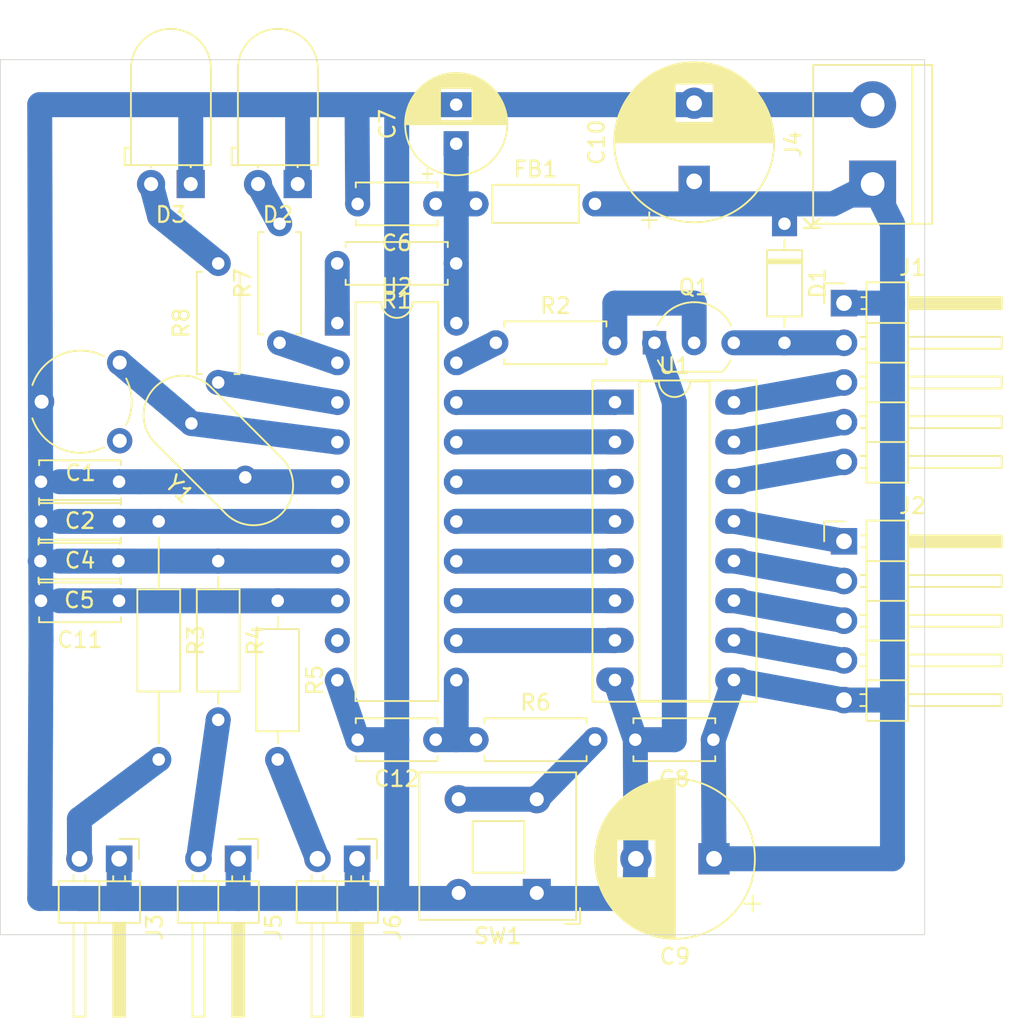
<source format=kicad_pcb>
(kicad_pcb (version 20240108) (generator "pcbnew") (generator_version "8.0")
  (layers (0 "F.Cu" signal) (31 "B.Cu" signal) (34 "B.Paste" user) (35 "F.Paste" user) (36 "B.SilkS" user "B.Silkscreen") (37 "F.SilkS" user "F.Silkscreen") (38 "B.Mask" user) (39 "F.Mask" user) (44 "Edge.Cuts" user))
  (net 0 "")
  (net 1 "GND")
  (net 2 "Net-(U2-PA0{slash}XTAL1)")
  (net 3 "Net-(U2-PA1{slash}XTAL2)")
  (net 4 "/endSW1_u")
  (net 5 "/endSW2_u")
  (net 6 "+5VD")
  (net 7 "VCC")
  (net 8 "/button1_u")
  (net 9 "/button2_u")
  (net 11 "/m11")
  (net 12 "Net-(D2-A)")
  (net 13 "Net-(D3-A)")
  (net 14 "/m13")
  (net 15 "/m14")
  (net 16 "/m12")
  (net 17 "/m22")
  (net 18 "/m21")
  (net 19 "/m24")
  (net 20 "/m23")
  (net 21 "/endSW1")
  (net 22 "/endSW2")
  (net 23 "/button1")
  (net 24 "/button2")
  (net 25 "Net-(Q1-B)")
  (net 26 "Net-(U2-PA2{slash}~{RESET})")
  (net 27 "/m11_u")
  (net 28 "/LED0")
  (net 29 "/LED1")
  (net 30 "/m21_u")
  (net 31 "/m13_u")
  (net 32 "/m22_u")
  (net 33 "/m23_u")
  (net 34 "/m12_u")
  (net 35 "/m14_u")
  (net 36 "/m24_u")
  (footprint "Resistor_THT:R_Axial_DIN0207_L6.3mm_D2.5mm_P15.24mm_Horizontal" (layer "F.Cu") (at 107.95 82.55 -90)
    (property "Reference" "R3")
    (property "Value" "470")
  )
  (footprint "Diode_THT:D_DO-35_SOD27_P7.62mm_Horizontal" (layer "F.Cu") (at 148.025 63.5 -90)
    (property "Reference" "D1")
    (property "Value" "1N4148")
  )
  (footprint "Resistor_THT:R_Axial_DIN0207_L6.3mm_D2.5mm_P7.62mm_Horizontal" (layer "F.Cu") (at 129.54 71.12)
    (property "Reference" "R2")
    (property "Value" "2k2")
  )
  (footprint "Capacitor_THT:C_Disc_D5.0mm_W2.5mm_P5.00mm" (layer "F.Cu") (at 143.47 96.52 180)
    (property "Reference" "C8")
    (property "Value" "100n")
  )
  (footprint "Capacitor_THT:C_Disc_D5.0mm_W2.5mm_P5.00mm" (layer "F.Cu") (at 105.41 82.55 180)
    (property "Reference" "C4")
    (property "Value" "100n")
  )
  (footprint "Capacitor_THT:C_Disc_D5.0mm_W2.5mm_P5.00mm" (layer "F.Cu") (at 105.41 80.01 180)
    (property "Reference" "C2")
    (property "Value" "22p")
  )
  (footprint "Connector_PinHeader_2.54mm:PinHeader_1x02_P2.54mm_Horizontal" (layer "F.Cu") (at 113.035 104.14 -90)
    (property "Reference" "J5")
    (property "Value" "endSW2")
  )
  (footprint "Capacitor_THT:CP_Radial_D6.3mm_P2.50mm" (layer "F.Cu") (at 127 58.38 90)
    (property "Reference" "C7")
    (property "Value" "10u")
  )
  (footprint "Resistor_THT:R_Axial_DIN0207_L6.3mm_D2.5mm_P10.16mm_Horizontal" (layer "F.Cu") (at 115.57 87.63 -90)
    (property "Reference" "R5")
    (property "Value" "470")
  )
  (footprint "Connector_PinHeader_2.54mm:PinHeader_1x05_P2.54mm_Horizontal" (layer "F.Cu") (at 151.835 83.825)
    (property "Reference" "J2")
    (property "Value" "MOT1")
  )
  (footprint "Connector_PinHeader_2.54mm:PinHeader_1x05_P2.54mm_Horizontal" (layer "F.Cu") (at 151.835 68.58)
    (property "Reference" "J1")
    (property "Value" "MOT1")
  )
  (footprint "LED_THT:LED_D5.0mm_Horizontal_O1.27mm_Z3.0mm" (layer "F.Cu") (at 110 60.96 180)
    (property "Reference" "D3")
    (property "Value" "LED")
  )
  (footprint "Capacitor_THT:C_Disc_D5.0mm_W2.5mm_P5.00mm" (layer "F.Cu") (at 105.37 85.09 180)
    (property "Reference" "C5")
    (property "Value" "100n")
  )
  (footprint "Capacitor_THT:CP_Radial_D10.0mm_P5.00mm" (layer "F.Cu") (at 142.24 60.787677 90)
    (property "Reference" "C10")
    (property "Value" "470")
  )
  (footprint "Capacitor_THT:C_Disc_D5.0mm_W2.5mm_P5.00mm" (layer "F.Cu") (at 125.69 62.23 180)
    (property "Reference" "C6")
    (property "Value" "100n")
  )
  (footprint "Inductor_THT:L_Axial_L5.3mm_D2.2mm_P7.62mm_Horizontal_Vishay_IM-1" (layer "F.Cu") (at 128.27 62.23)
    (property "Reference" "FB1")
    (property "Value" "FerriteBead_Small")
  )
  (footprint "Capacitor_THT:C_Disc_D5.0mm_W2.5mm_P5.00mm" (layer "F.Cu") (at 105.41 87.63 180)
    (property "Reference" "C11")
    (property "Value" "100n")
  )
  (footprint "Button_Switch_THT:SW_Push_2P1T_Toggle_CK_PVA1xxH4xxxxxxV2" (layer "F.Cu") (at 132.16 106.33 180)
    (property "Reference" "SW1")
    (property "Value" "button2")
  )
  (footprint "Package_TO_SOT_THT:TO-92_Inline_Wide" (layer "F.Cu") (at 139.7 71.12)
    (property "Reference" "Q1")
    (property "Value" "2N2222")
  )
  (footprint "Package_DIP:DIP-16_W7.62mm_Socket_LongPads" (layer "F.Cu") (at 137.17 74.92)
    (property "Reference" "U1")
    (property "Value" "ULN2003A")
  )
  (footprint "Capacitor_THT:C_Disc_D5.0mm_W2.5mm_P5.00mm" (layer "F.Cu") (at 125.69 96.52 180)
    (property "Reference" "C12")
    (property "Value" "100n")
  )
  (footprint "Resistor_THT:R_Axial_DIN0207_L6.3mm_D2.5mm_P7.62mm_Horizontal" (layer "F.Cu") (at 115.69 71.12 90)
    (property "Reference" "R7")
    (property "Value" "470")
  )
  (footprint "LED_THT:LED_D5.0mm_Horizontal_O1.27mm_Z3.0mm" (layer "F.Cu") (at 116.85 60.96 180)
    (property "Reference" "D2")
    (property "Value" "LED")
  )
  (footprint "Potentiometer_THT:Potentiometer_Piher_PT-6-V_Vertical_Hole" (layer "F.Cu") (at 105.45 72.39 180)
    (property "Reference" "C1")
    (property "Value" "C_Trim")
  )
  (footprint "Capacitor_THT:CP_Radial_D10.0mm_P5.00mm" (layer "F.Cu") (at 143.51 104.14 180)
    (property "Reference" "C9")
    (property "Value" "470")
  )
  (footprint "TerminalBlock:TerminalBlock_bornier-2_P5.08mm" (layer "F.Cu") (at 153.67 60.96 90)
    (property "Reference" "J4")
    (property "Value" "PWR")
  )
  (footprint "Resistor_THT:R_Axial_DIN0207_L6.3mm_D2.5mm_P10.16mm_Horizontal" (layer "F.Cu") (at 111.76 85.09 -90)
    (property "Reference" "R4")
    (property "Value" "470")
  )
  (footprint "Package_DIP:DIP-20_W7.62mm" (layer "F.Cu") (at 119.39 69.855)
    (property "Reference" "U2")
    (property "Value" "ATtiny2313-20P")
  )
  (footprint "Connector_PinHeader_2.54mm:PinHeader_1x02_P2.54mm_Horizontal" (layer "F.Cu") (at 120.655 104.14 -90)
    (property "Reference" "J6")
    (property "Value" "button1")
  )
  (footprint "Resistor_THT:R_Axial_DIN0207_L6.3mm_D2.5mm_P7.62mm_Horizontal" (layer "F.Cu") (at 128.27 96.52)
    (property "Reference" "R6")
    (property "Value" "470")
  )
  (footprint "Connector_PinHeader_2.54mm:PinHeader_1x02_P2.54mm_Horizontal" (layer "F.Cu") (at 105.415 104.14 -90)
    (property "Reference" "J3")
    (property "Value" "endSW1")
  )
  (footprint "Resistor_THT:R_Axial_DIN0207_L6.3mm_D2.5mm_P7.62mm_Horizontal" (layer "F.Cu") (at 111.76 73.66 90)
    (property "Reference" "R8")
    (property "Value" "470")
  )
  (footprint "Resistor_THT:R_Axial_DIN0207_L6.3mm_D2.5mm_P7.62mm_Horizontal" (layer "F.Cu") (at 127 66.04 180)
    (property "Reference" "R1")
    (property "Value" "10k")
  )
  (footprint "Crystal:Crystal_HC49-4H_Vertical" (layer "F.Cu") (at 113.492412 79.732412 135)
    (property "Reference" "Y1")
    (property "Value" "Crystal")
  )
  (gr_rect (start 97.81 53) (end 157 109) (stroke (width 0.05)) (fill none) (layer "Edge.Cuts"))
  (segment (start 116.84 55.88) (end 110 55.88) (width 1.6) (layer "B.Cu") (net 1))
  (segment (start 105.415 104.14) (end 105.415 106.68) (width 1.6) (layer "B.Cu") (net 1))
  (segment (start 100.33 55.88) (end 110 55.88) (width 1.6) (layer "B.Cu") (net 1))
  (segment (start 123.19 106.68) (end 119.38 106.68) (width 1.6) (layer "B.Cu") (net 1))
  (segment (start 110 60.96) (end 110 55.88) (width 1.6) (layer "B.Cu") (net 1))
  (segment (start 116.85 60.96) (end 116.84 55.88) (width 1.6) (layer "B.Cu") (net 1))
  (segment (start 153.67 55.88) (end 123.19 55.88) (width 1.6) (layer "B.Cu") (net 1))
  (segment (start 113.035 106.68) (end 105.415 106.68) (width 1.6) (layer "B.Cu") (net 1))
  (segment (start 100.33 106.68) (end 100.41 90.17) (width 1.6) (layer "B.Cu") (net 1))
  (segment (start 120.69 96.52) (end 123.19 96.52) (width 1.6) (layer "B.Cu") (net 1))
  (segment (start 120.69 62.23) (end 120.65 55.88) (width 1.6) (layer "B.Cu") (net 1))
  (segment (start 113.035 104.14) (end 113.035 106.68) (width 1.6) (layer "B.Cu") (net 1))
  (segment (start 120.69 96.52) (end 119.39 92.715) (width 1.6) (layer "B.Cu") (net 1))
  (segment (start 120.655 106.68) (end 113.035 106.68) (width 1.6) (layer "B.Cu") (net 1))
  (segment (start 123.19 55.88) (end 120.65 55.88) (width 1.6) (layer "B.Cu") (net 1))
  (segment (start 110.49 106.68) (end 102.87 106.68) (width 1.6) (layer "B.Cu") (net 1))
  (segment (start 106.68 106.68) (end 100.33 106.68) (width 1.6) (layer "B.Cu") (net 1))
  (segment (start 140.97 74.93) (end 139.7 71.12) (width 1.6) (layer "B.Cu") (net 1))
  (segment (start 120.65 55.88) (end 116.84 55.88) (width 1.6) (layer "B.Cu") (net 1))
  (segment (start 123.19 96.52) (end 123.19 55.88) (width 1.6) (layer "B.Cu") (net 1))
  (segment (start 123.19 96.52) (end 123.19 106.68) (width 1.6) (layer "B.Cu") (net 1))
  (segment (start 100.41 90.17) (end 100.33 55.88) (width 1.6) (layer "B.Cu") (net 1))
  (segment (start 138.51 104.14) (end 138.43 106.68) (width 1.6) (layer "B.Cu") (net 1))
  (segment (start 138.47 96.52) (end 140.97 96.52) (width 1.6) (layer "B.Cu") (net 1))
  (segment (start 138.47 96.52) (end 137.17 92.7) (width 1.6) (layer "B.Cu") (net 1))
  (segment (start 120.655 104.14) (end 120.655 106.68) (width 1.6) (layer "B.Cu") (net 1))
  (segment (start 138.43 106.68) (end 123.19 106.68) (width 1.6) (layer "B.Cu") (net 1))
  (segment (start 138.47 96.52) (end 138.51 104.14) (width 1.6) (layer "B.Cu") (net 1))
  (segment (start 140.97 96.52) (end 140.97 74.93) (width 1.6) (layer "B.Cu") (net 1))
  (segment (start 106.68 80.011428) (end 101.6 80.01) (width 1.6) (layer "B.Cu") (net 2))
  (segment (start 119.39 80.015) (end 106.68 80.011428) (width 1.6) (layer "B.Cu") (net 2))
  (segment (start 105.45 72.39) (end 110.041731 76.281731) (width 1.6) (layer "B.Cu") (net 3))
  (segment (start 119.39 77.475) (end 110.041731 76.281731) (width 1.6) (layer "B.Cu") (net 3))
  (segment (start 101.6 82.55) (end 119.39 82.555) (width 1.6) (layer "B.Cu") (net 4))
  (segment (start 119.39 85.095) (end 101.56 85.09) (width 1.6) (layer "B.Cu") (net 5))
  (segment (start 125.69 62.23) (end 128.27 62.23) (width 1.6) (layer "B.Cu") (net 6))
  (segment (start 127 58.38) (end 127.01 69.855) (width 1.6) (layer "B.Cu") (net 6))
  (segment (start 154.94 63.5) (end 153.67 60.96) (width 1.6) (layer "B.Cu") (net 7))
  (segment (start 144.79 92.7) (end 151.835 93.985) (width 1.6) (layer "B.Cu") (net 7))
  (segment (start 151.13 62.23) (end 153.67 60.96) (width 1.6) (layer "B.Cu") (net 7))
  (segment (start 154.94 104.14) (end 143.51 104.14) (width 1.6) (layer "B.Cu") (net 7))
  (segment (start 154.94 93.98) (end 154.94 104.14) (width 1.6) (layer "B.Cu") (net 7))
  (segment (start 154.94 68.58) (end 151.835 68.58) (width 1.6) (layer "B.Cu") (net 7))
  (segment (start 143.51 104.14) (end 143.47 96.52) (width 1.6) (layer "B.Cu") (net 7))
  (segment (start 154.94 93.98) (end 154.94 68.58) (width 1.6) (layer "B.Cu") (net 7))
  (segment (start 135.89 62.23) (end 151.13 62.23) (width 1.6) (layer "B.Cu") (net 7))
  (segment (start 143.47 96.52) (end 144.79 92.7) (width 1.6) (layer "B.Cu") (net 7))
  (segment (start 151.835 93.985) (end 154.94 93.98) (width 1.6) (layer "B.Cu") (net 7))
  (segment (start 154.94 68.58) (end 154.94 63.5) (width 1.6) (layer "B.Cu") (net 7))
  (segment (start 101.6 87.63) (end 119.39 87.635) (width 1.6) (layer "B.Cu") (net 8))
  (segment (start 127 96.52) (end 128.27 96.52) (width 1.6) (layer "B.Cu") (net 9))
  (segment (start 125.69 96.52) (end 127 96.52) (width 1.6) (layer "B.Cu") (net 9))
  (segment (start 127.01 92.715) (end 127 96.52) (width 1.6) (layer "B.Cu") (net 9))
  (segment (start 148.025 71.12) (end 144.78 71.12) (width 1.6) (layer "B.Cu") (net 11))
  (segment (start 151.835 71.12) (end 148.025 71.12) (width 1.6) (layer "B.Cu") (net 11))
  (segment (start 115.69 63.5) (end 114.31 60.96) (width 1.6) (layer "B.Cu") (net 12))
  (segment (start 108 63) (end 107.46 60.96) (width 1.6) (layer "B.Cu") (net 13))
  (segment (start 111.76 66.04) (end 108 63) (width 1.6) (layer "B.Cu") (net 13))
  (segment (start 144.79 77.46) (end 151.835 76.2) (width 1.6) (layer "B.Cu") (net 14))
  (segment (start 151.835 78.74) (end 144.79 80) (width 1.6) (layer "B.Cu") (net 15))
  (segment (start 151.835 73.66) (end 144.79 74.92) (width 1.6) (layer "B.Cu") (net 16))
  (segment (start 144.79 85.08) (end 151.835 86.365) (width 1.6) (layer "B.Cu") (net 17))
  (segment (start 151.835 83.825) (end 144.79 82.54) (width 1.6) (layer "B.Cu") (net 18))
  (segment (start 144.79 90.16) (end 151.835 91.445) (width 1.6) (layer "B.Cu") (net 19))
  (segment (start 151.835 88.905) (end 144.79 87.62) (width 1.6) (layer "B.Cu") (net 20))
  (segment (start 102.87 101.6) (end 107.95 97.79) (width 1.6) (layer "B.Cu") (net 21))
  (segment (start 102.875 104.14) (end 102.87 101.6) (width 1.6) (layer "B.Cu") (net 21))
  (segment (start 110.495 104.14) (end 111.76 95.25) (width 1.6) (layer "B.Cu") (net 22))
  (segment (start 118.115 104.14) (end 115.57 97.79) (width 1.6) (layer "B.Cu") (net 23))
  (segment (start 127.16 100.33) (end 132.16 100.33) (width 1.6) (layer "B.Cu") (net 24))
  (segment (start 132.16 100.33) (end 135.89 96.52) (width 1.6) (layer "B.Cu") (net 24))
  (segment (start 142.24 68.58) (end 142.24 71.12) (width 1.6) (layer "B.Cu") (net 25))
  (segment (start 137.16 71.12) (end 137.16 68.58) (width 1.6) (layer "B.Cu") (net 25))
  (segment (start 137.16 68.58) (end 142.24 68.58) (width 1.6) (layer "B.Cu") (net 25))
  (segment (start 119.39 69.855) (end 119.38 66.04) (width 1.6) (layer "B.Cu") (net 26))
  (segment (start 127.01 72.395) (end 129.54 71.12) (width 1.6) (layer "B.Cu") (net 27))
  (segment (start 119.39 72.395) (end 115.69 71.12) (width 1.6) (layer "B.Cu") (net 28))
  (segment (start 119.39 74.935) (end 111.76 73.66) (width 1.6) (layer "B.Cu") (net 29))
  (segment (start 137.17 82.54) (end 127.025 82.54) (width 1.6) (layer "B.Cu") (net 30))
  (segment (start 127.025 82.54) (end 127.01 82.555) (width 1.6) (layer "B.Cu") (net 30))
  (segment (start 137.17 77.46) (end 127.025 77.46) (width 1.6) (layer "B.Cu") (net 31))
  (segment (start 127.025 77.46) (end 127.01 77.475) (width 1.6) (layer "B.Cu") (net 31))
  (segment (start 137.155 85.095) (end 137.17 85.08) (width 1.6) (layer "B.Cu") (net 32))
  (segment (start 127.01 85.095) (end 137.155 85.095) (width 1.6) (layer "B.Cu") (net 32))
  (segment (start 137.17 87.62) (end 127.025 87.62) (width 1.6) (layer "B.Cu") (net 33))
  (segment (start 127.025 87.62) (end 127.01 87.635) (width 1.6) (layer "B.Cu") (net 33))
  (segment (start 127.01 74.935) (end 137.155 74.935) (width 1.6) (layer "B.Cu") (net 34))
  (segment (start 137.155 74.935) (end 137.17 74.92) (width 1.6) (layer "B.Cu") (net 34))
  (segment (start 127.01 80.015) (end 137.155 80.015) (width 1.6) (layer "B.Cu") (net 35))
  (segment (start 137.155 80.015) (end 137.17 80) (width 1.6) (layer "B.Cu") (net 35))
  (segment (start 137.155 90.175) (end 137.17 90.16) (width 1.6) (layer "B.Cu") (net 36))
  (segment (start 127.01 90.175) (end 137.155 90.175) (width 1.6) (layer "B.Cu") (net 36))
)
</source>
